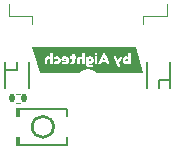
<source format=gbr>
%TF.GenerationSoftware,KiCad,Pcbnew,7.0.9-7.0.9~ubuntu22.04.1*%
%TF.CreationDate,2023-12-31T12:33:58+00:00*%
%TF.ProjectId,COM_MOD,434f4d5f-4d4f-4442-9e6b-696361645f70,1.0*%
%TF.SameCoordinates,Original*%
%TF.FileFunction,Legend,Bot*%
%TF.FilePolarity,Positive*%
%FSLAX46Y46*%
G04 Gerber Fmt 4.6, Leading zero omitted, Abs format (unit mm)*
G04 Created by KiCad (PCBNEW 7.0.9-7.0.9~ubuntu22.04.1) date 2023-12-31 12:33:58*
%MOMM*%
%LPD*%
G01*
G04 APERTURE LIST*
G04 Aperture macros list*
%AMRoundRect*
0 Rectangle with rounded corners*
0 $1 Rounding radius*
0 $2 $3 $4 $5 $6 $7 $8 $9 X,Y pos of 4 corners*
0 Add a 4 corners polygon primitive as box body*
4,1,4,$2,$3,$4,$5,$6,$7,$8,$9,$2,$3,0*
0 Add four circle primitives for the rounded corners*
1,1,$1+$1,$2,$3*
1,1,$1+$1,$4,$5*
1,1,$1+$1,$6,$7*
1,1,$1+$1,$8,$9*
0 Add four rect primitives between the rounded corners*
20,1,$1+$1,$2,$3,$4,$5,0*
20,1,$1+$1,$4,$5,$6,$7,0*
20,1,$1+$1,$6,$7,$8,$9,0*
20,1,$1+$1,$8,$9,$2,$3,0*%
G04 Aperture macros list end*
%ADD10C,0.150000*%
%ADD11C,0.120000*%
%ADD12C,0.152000*%
%ADD13C,0.254000*%
%ADD14C,1.000000*%
%ADD15R,1.000000X1.000000*%
%ADD16R,0.700000X0.700000*%
%ADD17R,0.300000X1.250000*%
%ADD18R,2.000000X2.500000*%
%ADD19C,2.000000*%
%ADD20RoundRect,0.135000X-0.135000X-0.185000X0.135000X-0.185000X0.135000X0.185000X-0.135000X0.185000X0*%
%ADD21R,1.230000X1.360000*%
G04 APERTURE END LIST*
D10*
%TO.C,LED2*%
X23000001Y-34100000D02*
X23000001Y-31900000D01*
X25000001Y-34100000D02*
X25000001Y-31900000D01*
X23000001Y-32600000D02*
X24000001Y-32600000D01*
X24000001Y-32600000D02*
X24000001Y-31900000D01*
D11*
%TO.C,J4*%
X23300001Y-28000000D02*
X23300001Y-26975000D01*
X25300001Y-28000000D02*
X23300001Y-28000000D01*
X25300001Y-28000000D02*
X25300001Y-28675000D01*
X34700001Y-28000000D02*
X34700001Y-28675000D01*
X34700001Y-28000000D02*
X36700001Y-28000000D01*
X36700001Y-28000000D02*
X36700001Y-26975000D01*
D10*
%TO.C,LED1*%
X37000001Y-31900000D02*
X37000001Y-34100000D01*
X35000001Y-31900000D02*
X35000001Y-34100000D01*
X37000001Y-33400000D02*
X36000001Y-33400000D01*
X36000001Y-33400000D02*
X36000001Y-34100000D01*
D11*
%TO.C,R1*%
X23946359Y-34620000D02*
X24253641Y-34620000D01*
X23946359Y-35380000D02*
X24253641Y-35380000D01*
%TO.C,kibuzzard-658C2757*%
G36*
X31443355Y-31704915D02*
G01*
X31274445Y-31704915D01*
X31359535Y-31530925D01*
X31443355Y-31704915D01*
G37*
G36*
X28159135Y-31642050D02*
G01*
X28199775Y-31713805D01*
X28039755Y-31713805D01*
X27991495Y-31673165D01*
X28013720Y-31626175D01*
X28077220Y-31608395D01*
X28159135Y-31642050D01*
G37*
G36*
X33379470Y-31680785D02*
G01*
X33409315Y-31757620D01*
X33378200Y-31833185D01*
X33300095Y-31867475D01*
X33220085Y-31833185D01*
X33187065Y-31756985D01*
X33217545Y-31680150D01*
X33298825Y-31645225D01*
X33379470Y-31680785D01*
G37*
G36*
X30269875Y-31671895D02*
G01*
X30300355Y-31747460D01*
X30267970Y-31821755D01*
X30189230Y-31854775D01*
X30112395Y-31821120D01*
X30081915Y-31747460D01*
X30111125Y-31672530D01*
X30189865Y-31637605D01*
X30269875Y-31671895D01*
G37*
G36*
X34695867Y-32814048D02*
G01*
X34057438Y-32814048D01*
X33634105Y-32814048D01*
X33523615Y-32814048D01*
X32615565Y-32814048D01*
X31033780Y-32814048D01*
X30711835Y-32814048D01*
X30187325Y-32814048D01*
X29200535Y-32814048D01*
X28632845Y-32814048D01*
X28075315Y-32814048D01*
X27362845Y-32814048D01*
X26477655Y-32814048D01*
X26365895Y-32814048D01*
X25942562Y-32814048D01*
X25692499Y-31980505D01*
X26365895Y-31980505D01*
X26367800Y-32024320D01*
X26379865Y-32057975D01*
X26412567Y-32082740D01*
X26477655Y-32090995D01*
X26540520Y-32082740D01*
X26574175Y-32057975D01*
X26586240Y-32023685D01*
X26588145Y-31977965D01*
X26588145Y-31755715D01*
X26617355Y-31674435D01*
X26691650Y-31645225D01*
X26771025Y-31672530D01*
X26810395Y-31734125D01*
X26810395Y-31980505D01*
X26812300Y-32024320D01*
X26824365Y-32057975D01*
X26857068Y-32082740D01*
X26922155Y-32090995D01*
X26986607Y-32082423D01*
X27019945Y-32056705D01*
X27030740Y-32023685D01*
X27032645Y-31979235D01*
X27032645Y-31956375D01*
X27115195Y-31956375D01*
X27132658Y-32003047D01*
X27185045Y-32046545D01*
X27265690Y-32084645D01*
X27362845Y-32097345D01*
X27440597Y-32087891D01*
X27516374Y-32059527D01*
X27590175Y-32012255D01*
X27637482Y-31964789D01*
X27675265Y-31903670D01*
X27700030Y-31832232D01*
X27708285Y-31753810D01*
X27700097Y-31676340D01*
X27771785Y-31676340D01*
X27781469Y-31744285D01*
X27810520Y-31791910D01*
X27896245Y-31829375D01*
X28197235Y-31829375D01*
X28155325Y-31889065D01*
X28071505Y-31913195D01*
X28005782Y-31909385D01*
X27955935Y-31897955D01*
X27941965Y-31892875D01*
X27891165Y-31878905D01*
X27821315Y-31936055D01*
X27804805Y-31994475D01*
X27821712Y-32043926D01*
X27872432Y-32079247D01*
X27956967Y-32100441D01*
X28075315Y-32107505D01*
X28164056Y-32099409D01*
X28242320Y-32075120D01*
X28307249Y-32037496D01*
X28355985Y-31989395D01*
X28400435Y-31918134D01*
X28427105Y-31841511D01*
X28435995Y-31759525D01*
X28424494Y-31659971D01*
X28389993Y-31574669D01*
X28358701Y-31536005D01*
X28486795Y-31536005D01*
X28495368Y-31600457D01*
X28521085Y-31633795D01*
X28554740Y-31644590D01*
X28598555Y-31646495D01*
X28681105Y-31641415D01*
X28681105Y-31816675D01*
X28670310Y-31866205D01*
X28629670Y-31881445D01*
X28583950Y-31883350D01*
X28550295Y-31895415D01*
X28521085Y-31980505D01*
X28529975Y-32044957D01*
X28556645Y-32078295D01*
X28590300Y-32089090D01*
X28632845Y-32090995D01*
X28713843Y-32084363D01*
X28780729Y-32064466D01*
X28833505Y-32031305D01*
X28871605Y-31982339D01*
X28872228Y-31980505D01*
X29088775Y-31980505D01*
X29090680Y-32024320D01*
X29102745Y-32057975D01*
X29135447Y-32082740D01*
X29200535Y-32090995D01*
X29263400Y-32082740D01*
X29297055Y-32057975D01*
X29309120Y-32023685D01*
X29311025Y-31977965D01*
X29311025Y-31755715D01*
X29340235Y-31674435D01*
X29414530Y-31645225D01*
X29493905Y-31672530D01*
X29533275Y-31734125D01*
X29533275Y-31980505D01*
X29535180Y-32024320D01*
X29547245Y-32057975D01*
X29579947Y-32082740D01*
X29645035Y-32090995D01*
X29709487Y-32082423D01*
X29742825Y-32056705D01*
X29743655Y-32054165D01*
X29857125Y-32054165D01*
X29868414Y-32145252D01*
X29902281Y-32223781D01*
X29958725Y-32289750D01*
X30029281Y-32339492D01*
X30105481Y-32369337D01*
X30187325Y-32379285D01*
X30281623Y-32367538D01*
X30371475Y-32332295D01*
X30437198Y-32287527D01*
X30459105Y-32247205D01*
X30421005Y-32159575D01*
X30383540Y-32122745D01*
X30352425Y-32112585D01*
X30315595Y-32127825D01*
X30252095Y-32163068D01*
X30183515Y-32174815D01*
X30104775Y-32136715D01*
X30074295Y-32045275D01*
X30074295Y-32007175D01*
X30136842Y-32054800D01*
X30227965Y-32070675D01*
X30296757Y-32059880D01*
X30362585Y-32027495D01*
X30417315Y-31980505D01*
X30600075Y-31980505D01*
X30601980Y-32024320D01*
X30614045Y-32057975D01*
X30646747Y-32082740D01*
X30711835Y-32090995D01*
X30776287Y-32082423D01*
X30809625Y-32056705D01*
X30820420Y-32023685D01*
X30821454Y-31999555D01*
X30892175Y-31999555D01*
X30910590Y-32043053D01*
X30965835Y-32082105D01*
X31033780Y-32103695D01*
X31074420Y-32092265D01*
X31097280Y-32068135D01*
X31116965Y-32030035D01*
X31183005Y-31892875D01*
X31534795Y-31892875D01*
X31600835Y-32030035D01*
X31620520Y-32066865D01*
X31643380Y-32090360D01*
X31684020Y-32102425D01*
X31751965Y-32080835D01*
X31807210Y-32042735D01*
X31825625Y-31999555D01*
X31804035Y-31934785D01*
X31598540Y-31509335D01*
X32185035Y-31509335D01*
X32195195Y-31552515D01*
X32205355Y-31574105D01*
X32538095Y-32318325D01*
X32555240Y-32355155D01*
X32577465Y-32379285D01*
X32615565Y-32390715D01*
X32682875Y-32371665D01*
X32739073Y-32335470D01*
X32757805Y-32292925D01*
X32750185Y-32263318D01*
X32727325Y-32204978D01*
X32689225Y-32117903D01*
X32635885Y-32002095D01*
X32781865Y-31756350D01*
X32964815Y-31756350D01*
X32975257Y-31841158D01*
X33006584Y-31918628D01*
X33058795Y-31988760D01*
X33123001Y-32044146D01*
X33190311Y-32077378D01*
X33260725Y-32088455D01*
X33353117Y-32073215D01*
X33414395Y-32027495D01*
X33446780Y-32074167D01*
X33523615Y-32089725D01*
X33588067Y-32081152D01*
X33621405Y-32055435D01*
X33632200Y-32021780D01*
X33634105Y-31977965D01*
X33634105Y-31219775D01*
X33632200Y-31175960D01*
X33621405Y-31143575D01*
X33587750Y-31117857D01*
X33522345Y-31109285D01*
X33458210Y-31117857D01*
X33425825Y-31143575D01*
X33413760Y-31177230D01*
X33411855Y-31221045D01*
X33411855Y-31485205D01*
X33350260Y-31438532D01*
X33267075Y-31422975D01*
X33193768Y-31434123D01*
X33124553Y-31467566D01*
X33059430Y-31523305D01*
X33006866Y-31593790D01*
X32975328Y-31671472D01*
X32964815Y-31756350D01*
X32781865Y-31756350D01*
X32888615Y-31576645D01*
X32914015Y-31514415D01*
X32896870Y-31473775D01*
X32845435Y-31433135D01*
X32778125Y-31407735D01*
X32738755Y-31417895D01*
X32716530Y-31438850D01*
X32695575Y-31473775D01*
X32646680Y-31556960D01*
X32605405Y-31626881D01*
X32565400Y-31693556D01*
X32526665Y-31756985D01*
X32506345Y-31707614D01*
X32458085Y-31600140D01*
X32410301Y-31495524D01*
X32391410Y-31454725D01*
X32376805Y-31433135D01*
X32330450Y-31411545D01*
X32259965Y-31429325D01*
X32203767Y-31465837D01*
X32185035Y-31509335D01*
X31598540Y-31509335D01*
X31461135Y-31224855D01*
X31418590Y-31177865D01*
X31358265Y-31160085D01*
X31298575Y-31176595D01*
X31256665Y-31226125D01*
X30913765Y-31934785D01*
X30892175Y-31999555D01*
X30821454Y-31999555D01*
X30822325Y-31979235D01*
X30822325Y-31533465D01*
X30820420Y-31489650D01*
X30809625Y-31455995D01*
X30775970Y-31431230D01*
X30711200Y-31423055D01*
X30710565Y-31422975D01*
X30624205Y-31444565D01*
X30601345Y-31499175D01*
X30600075Y-31536005D01*
X30600075Y-31980505D01*
X30417315Y-31980505D01*
X30425450Y-31973520D01*
X30476603Y-31905152D01*
X30507294Y-31829587D01*
X30517525Y-31746825D01*
X30507224Y-31663993D01*
X30476321Y-31588216D01*
X30424815Y-31519495D01*
X30361033Y-31465167D01*
X30293299Y-31432571D01*
X30221615Y-31421705D01*
X30142875Y-31437580D01*
X30093980Y-31466790D01*
X30073025Y-31491555D01*
X30046990Y-31437580D01*
X29975235Y-31419165D01*
X29902845Y-31426785D01*
X29870460Y-31452820D01*
X29859030Y-31485205D01*
X29857125Y-31528385D01*
X29857125Y-32054165D01*
X29743655Y-32054165D01*
X29753620Y-32023685D01*
X29755525Y-31979235D01*
X29755525Y-31221045D01*
X30600075Y-31221045D01*
X30601980Y-31264860D01*
X30613410Y-31297880D01*
X30647065Y-31323915D01*
X30711200Y-31331535D01*
X30775335Y-31323915D01*
X30808990Y-31297245D01*
X30820420Y-31263590D01*
X30822325Y-31219775D01*
X30820420Y-31175960D01*
X30809625Y-31143575D01*
X30775970Y-31117857D01*
X30710565Y-31109285D01*
X30646430Y-31117857D01*
X30614045Y-31143575D01*
X30601980Y-31177230D01*
X30600075Y-31221045D01*
X29755525Y-31221045D01*
X29755525Y-31219775D01*
X29753620Y-31175960D01*
X29742825Y-31143575D01*
X29709170Y-31117857D01*
X29643765Y-31109285D01*
X29579630Y-31117857D01*
X29547245Y-31143575D01*
X29535180Y-31177230D01*
X29533275Y-31221045D01*
X29533275Y-31501715D01*
X29464377Y-31443612D01*
X29384685Y-31424245D01*
X29304746Y-31434969D01*
X29234261Y-31467143D01*
X29173230Y-31520765D01*
X29126311Y-31589909D01*
X29098159Y-31668649D01*
X29088775Y-31756985D01*
X29088775Y-31980505D01*
X28872228Y-31980505D01*
X28894465Y-31915029D01*
X28902085Y-31829375D01*
X28902085Y-31641415D01*
X28954155Y-31645225D01*
X29000510Y-31623635D01*
X29018925Y-31549975D01*
X29012575Y-31474410D01*
X28994795Y-31440755D01*
X28943995Y-31424245D01*
X28902085Y-31429325D01*
X28902085Y-31298515D01*
X28900180Y-31255335D01*
X28888115Y-31224855D01*
X28855412Y-31201042D01*
X28790325Y-31193105D01*
X28721427Y-31204852D01*
X28687455Y-31240095D01*
X28681105Y-31304865D01*
X28681105Y-31429325D01*
X28596650Y-31424245D01*
X28553470Y-31426150D01*
X28519815Y-31438215D01*
X28495050Y-31470917D01*
X28486795Y-31536005D01*
X28358701Y-31536005D01*
X28332490Y-31503620D01*
X28257772Y-31450351D01*
X28171623Y-31418389D01*
X28074045Y-31407735D01*
X27991654Y-31415514D01*
X27921010Y-31438850D01*
X27862114Y-31477744D01*
X27814965Y-31532195D01*
X27782580Y-31601251D01*
X27771785Y-31676340D01*
X27700097Y-31676340D01*
X27700030Y-31675705D01*
X27675265Y-31605220D01*
X27637482Y-31545054D01*
X27590175Y-31497905D01*
X27518349Y-31451338D01*
X27443419Y-31423398D01*
X27365385Y-31414085D01*
X27271405Y-31427420D01*
X27204095Y-31453455D01*
X27183775Y-31466155D01*
X27148215Y-31490285D01*
X27115195Y-31548070D01*
X27141865Y-31621095D01*
X27186632Y-31673482D01*
X27229495Y-31690945D01*
X27298075Y-31663005D01*
X27363480Y-31641415D01*
X27442855Y-31671895D01*
X27479685Y-31756350D01*
X27444125Y-31840170D01*
X27368560Y-31870015D01*
X27293630Y-31846520D01*
X27237115Y-31823025D01*
X27194887Y-31839852D01*
X27144405Y-31890335D01*
X27115195Y-31956375D01*
X27032645Y-31956375D01*
X27032645Y-31219775D01*
X27030740Y-31175960D01*
X27019945Y-31143575D01*
X26986290Y-31117857D01*
X26920885Y-31109285D01*
X26856750Y-31117857D01*
X26824365Y-31143575D01*
X26812300Y-31177230D01*
X26810395Y-31221045D01*
X26810395Y-31501715D01*
X26741497Y-31443612D01*
X26661805Y-31424245D01*
X26581866Y-31434969D01*
X26511381Y-31467143D01*
X26450350Y-31520765D01*
X26403431Y-31589909D01*
X26375279Y-31668649D01*
X26365895Y-31756985D01*
X26365895Y-31980505D01*
X25692499Y-31980505D01*
X25304133Y-30685952D01*
X25942562Y-30685952D01*
X26365895Y-30685952D01*
X33634105Y-30685952D01*
X34057438Y-30685952D01*
X34695867Y-32814048D01*
G37*
D12*
%TO.C,SW1*%
X28226000Y-38941000D02*
X28226000Y-38283000D01*
X28226000Y-35859000D02*
X28226000Y-36517000D01*
X24174000Y-38941000D02*
X28226000Y-38941000D01*
X24174000Y-35859000D02*
X28226000Y-35859000D01*
D13*
X27100000Y-37400000D02*
G75*
G03*
X27100000Y-37400000I-900000J0D01*
G01*
G36*
X24250000Y-39017000D02*
G01*
X23945000Y-39017000D01*
X23945000Y-38232000D01*
X24250000Y-38232000D01*
X24250000Y-39017000D01*
G37*
G36*
X24250000Y-36568000D02*
G01*
X23945000Y-36568000D01*
X23945000Y-35783000D01*
X24250000Y-35783000D01*
X24250000Y-36568000D01*
G37*
%TD*%
%LPC*%
D14*
X33250000Y-40000000D02*
G75*
G03*
X33250000Y-40000000I-500000J0D01*
G01*
X27750000Y-40000000D02*
G75*
G03*
X27750000Y-40000000I-500000J0D01*
G01*
G36*
X27125000Y-39000000D02*
G01*
X32750000Y-39000000D01*
X32750000Y-40250000D01*
X27125000Y-40250000D01*
X27125000Y-39000000D01*
G37*
D15*
%TO.C,J17*%
X36575000Y-37770000D03*
%TD*%
%TO.C,J5*%
X29365001Y-30000000D03*
%TD*%
%TO.C,J3*%
X28095001Y-24920000D03*
%TD*%
%TO.C,J19*%
X24285001Y-30000000D03*
%TD*%
%TO.C,J23*%
X31495000Y-36500000D03*
%TD*%
%TO.C,J20*%
X35715001Y-30000000D03*
%TD*%
%TO.C,J2*%
X26825001Y-30000000D03*
%TD*%
%TO.C,J12*%
X35305000Y-36500000D03*
%TD*%
%TO.C,J8*%
X33175001Y-30000000D03*
%TD*%
%TO.C,J1*%
X25555001Y-30000000D03*
%TD*%
%TO.C,J15*%
X34035000Y-37770000D03*
%TD*%
%TO.C,J14*%
X32765000Y-36500000D03*
%TD*%
%TO.C,J18*%
X31495000Y-37770000D03*
%TD*%
%TO.C,J13*%
X34035001Y-36500000D03*
%TD*%
%TO.C,J7*%
X31905001Y-30000000D03*
%TD*%
%TO.C,J21*%
X32765000Y-37770000D03*
%TD*%
%TO.C,J16*%
X35305000Y-37770000D03*
%TD*%
%TO.C,J11*%
X36575000Y-36500000D03*
%TD*%
%TO.C,J6*%
X30635001Y-30000000D03*
%TD*%
%TO.C,J9*%
X34445001Y-30000000D03*
%TD*%
D16*
%TO.C,LED2*%
X23450001Y-32085000D03*
X24550001Y-32085000D03*
X24550001Y-33915000D03*
X23450001Y-33915000D03*
%TD*%
D17*
%TO.C,J4*%
X25750001Y-28175000D03*
X26250001Y-28175000D03*
X26750001Y-28175000D03*
X27250001Y-28175000D03*
X27750001Y-28175000D03*
X28250001Y-28175000D03*
X28750001Y-28175000D03*
X29250001Y-28175000D03*
X29750001Y-28175000D03*
X30250001Y-28175000D03*
X30750001Y-28175000D03*
X31250001Y-28175000D03*
X31750001Y-28175000D03*
X32250001Y-28175000D03*
X32750001Y-28175000D03*
X33250001Y-28175000D03*
X33750001Y-28175000D03*
X34250001Y-28175000D03*
D18*
X24060001Y-25600000D03*
X35940001Y-25600000D03*
%TD*%
D19*
%TO.C,I1*%
X30000000Y-33500000D03*
%TD*%
D16*
%TO.C,LED1*%
X36550001Y-33915000D03*
X35450001Y-33915000D03*
X35450001Y-32085000D03*
X36550001Y-32085000D03*
%TD*%
D20*
%TO.C,R1*%
X23590000Y-35000000D03*
X24610000Y-35000000D03*
%TD*%
D21*
%TO.C,SW1*%
X28385000Y-37400000D03*
X24015000Y-37400000D03*
%TD*%
%LPD*%
M02*

</source>
